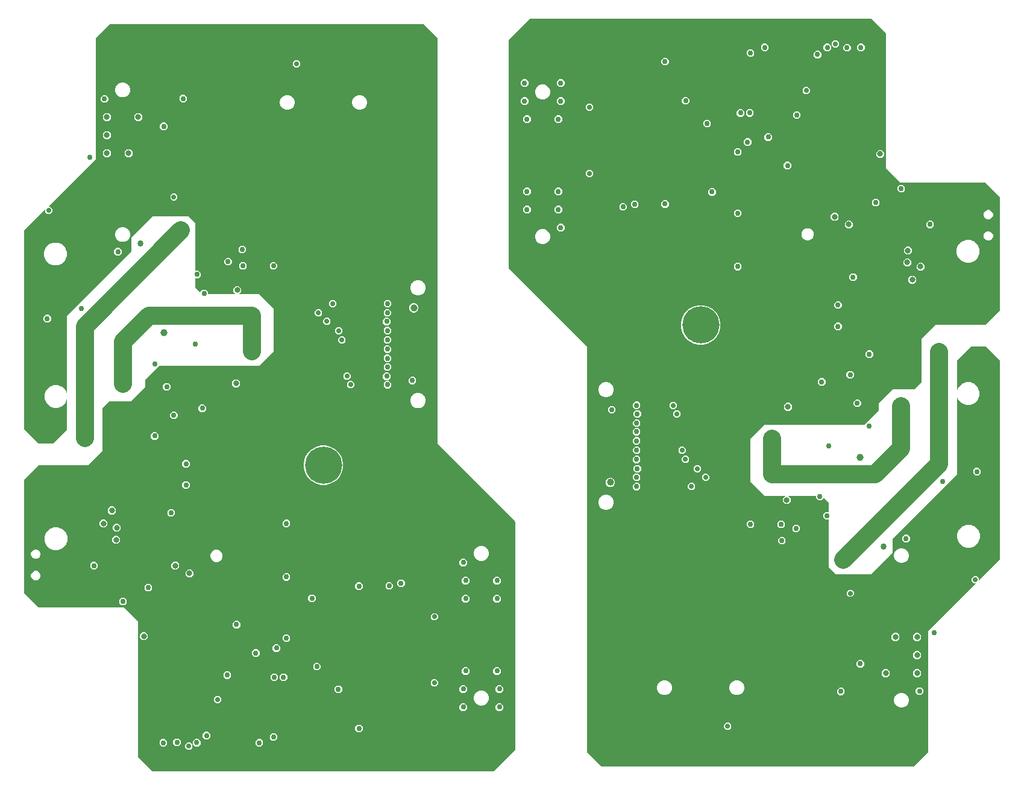
<source format=gbr>
G04 EAGLE Gerber RS-274X export*
G75*
%MOMM*%
%FSLAX34Y34*%
%LPD*%
%INLayer 2*%
%IPPOS*%
%AMOC8*
5,1,8,0,0,1.08239X$1,22.5*%
G01*
%ADD10C,0.756400*%
%ADD11C,0.706400*%
%ADD12C,0.806400*%
%ADD13C,1.006400*%
%ADD14C,0.856400*%
%ADD15C,1.056400*%
%ADD16C,2.540000*%
%ADD17C,0.304800*%
%ADD18C,0.508000*%
%ADD19C,0.254000*%
%ADD20C,5.216000*%

G36*
X850002Y179997D02*
X850002Y179997D01*
X850003Y179997D01*
X880003Y209997D01*
X880003Y209999D01*
X880004Y210000D01*
X880004Y530000D01*
X880003Y530002D01*
X880003Y530003D01*
X770004Y640002D01*
X770004Y1210000D01*
X770003Y1210002D01*
X770003Y1210003D01*
X750003Y1230003D01*
X750001Y1230003D01*
X750000Y1230004D01*
X310000Y1230004D01*
X309998Y1230003D01*
X309997Y1230003D01*
X289997Y1210003D01*
X289997Y1210002D01*
X289996Y1210001D01*
X289996Y1210000D01*
X289996Y1040002D01*
X223058Y973064D01*
X223058Y973063D01*
X223057Y973062D01*
X223058Y973060D01*
X223058Y973058D01*
X223060Y973058D01*
X223061Y973057D01*
X226095Y973057D01*
X229057Y970095D01*
X229057Y965905D01*
X226095Y962943D01*
X221905Y962943D01*
X218943Y965905D01*
X218943Y968939D01*
X218942Y968940D01*
X218942Y968942D01*
X218941Y968942D01*
X218940Y968943D01*
X218938Y968942D01*
X218936Y968942D01*
X189997Y940003D01*
X189997Y940001D01*
X189996Y940000D01*
X189996Y660000D01*
X189997Y659998D01*
X189997Y659997D01*
X209997Y639997D01*
X209999Y639997D01*
X210000Y639996D01*
X230000Y639996D01*
X230002Y639997D01*
X230003Y639997D01*
X250003Y659997D01*
X250003Y659998D01*
X250003Y659999D01*
X250004Y660000D01*
X250004Y702790D01*
X250003Y702792D01*
X250002Y702794D01*
X250001Y702794D01*
X249999Y702793D01*
X249996Y702792D01*
X247835Y697574D01*
X243322Y693061D01*
X237427Y690619D01*
X231045Y690619D01*
X225150Y693061D01*
X220637Y697574D01*
X218195Y703469D01*
X218195Y709851D01*
X220637Y715746D01*
X225150Y720259D01*
X231045Y722701D01*
X237427Y722701D01*
X243322Y720259D01*
X247835Y715746D01*
X249996Y710528D01*
X249998Y710527D01*
X249999Y710526D01*
X250000Y710526D01*
X250001Y710526D01*
X250002Y710528D01*
X250004Y710530D01*
X250004Y819998D01*
X340003Y909997D01*
X340003Y909999D01*
X340004Y910000D01*
X340004Y929998D01*
X370002Y959996D01*
X419998Y959996D01*
X429996Y949998D01*
X429996Y883217D01*
X429997Y883216D01*
X429997Y883214D01*
X429998Y883214D01*
X429999Y883213D01*
X430000Y883214D01*
X430001Y883214D01*
X430003Y883214D01*
X430194Y883405D01*
X434590Y883405D01*
X437699Y880296D01*
X437699Y875900D01*
X434590Y872791D01*
X430194Y872791D01*
X430003Y872982D01*
X430002Y872982D01*
X430001Y872983D01*
X429999Y872982D01*
X429997Y872982D01*
X429997Y872980D01*
X429996Y872979D01*
X429996Y860000D01*
X429997Y859998D01*
X429997Y859997D01*
X437238Y852756D01*
X437239Y852756D01*
X437240Y852755D01*
X437242Y852756D01*
X437244Y852756D01*
X437244Y852758D01*
X437245Y852759D01*
X437245Y853372D01*
X440354Y856481D01*
X444750Y856481D01*
X447859Y853372D01*
X447859Y850000D01*
X447862Y849996D01*
X447863Y849996D01*
X519998Y849996D01*
X539996Y829998D01*
X539996Y770002D01*
X519998Y750004D01*
X380000Y750004D01*
X379998Y750003D01*
X379997Y750003D01*
X359997Y730003D01*
X359997Y730002D01*
X359997Y730001D01*
X359996Y730000D01*
X359996Y720002D01*
X339998Y700004D01*
X310000Y700004D01*
X309998Y700003D01*
X309997Y700003D01*
X299997Y690003D01*
X299997Y690002D01*
X299996Y690001D01*
X299996Y690000D01*
X299996Y630002D01*
X279998Y610004D01*
X210000Y610004D01*
X209998Y610003D01*
X209997Y610003D01*
X189997Y590003D01*
X189997Y590001D01*
X189996Y590000D01*
X189996Y430000D01*
X189997Y429998D01*
X189997Y429997D01*
X209997Y409997D01*
X209999Y409997D01*
X210000Y409996D01*
X329998Y409996D01*
X349996Y389998D01*
X349996Y200000D01*
X349997Y199998D01*
X349997Y199997D01*
X369997Y179997D01*
X369999Y179997D01*
X370000Y179996D01*
X850000Y179996D01*
X850002Y179997D01*
G37*
G36*
X1440002Y186997D02*
X1440002Y186997D01*
X1440003Y186997D01*
X1460003Y206997D01*
X1460003Y206999D01*
X1460004Y207000D01*
X1460004Y376998D01*
X1526942Y443936D01*
X1526942Y443937D01*
X1526942Y443938D01*
X1526943Y443938D01*
X1526942Y443940D01*
X1526942Y443942D01*
X1526940Y443942D01*
X1526939Y443943D01*
X1523905Y443943D01*
X1520943Y446905D01*
X1520943Y451095D01*
X1523905Y454057D01*
X1528095Y454057D01*
X1531057Y451095D01*
X1531057Y448061D01*
X1531058Y448060D01*
X1531058Y448058D01*
X1531059Y448058D01*
X1531060Y448057D01*
X1531062Y448058D01*
X1531064Y448058D01*
X1560003Y476997D01*
X1560003Y476999D01*
X1560004Y477000D01*
X1560004Y757000D01*
X1560003Y757002D01*
X1560003Y757003D01*
X1540003Y777003D01*
X1540001Y777003D01*
X1540000Y777004D01*
X1520000Y777004D01*
X1519998Y777003D01*
X1519997Y777003D01*
X1499997Y757003D01*
X1499997Y757001D01*
X1499996Y757000D01*
X1499996Y714210D01*
X1499997Y714208D01*
X1499998Y714206D01*
X1499999Y714206D01*
X1500001Y714207D01*
X1500004Y714208D01*
X1502165Y719426D01*
X1506678Y723939D01*
X1512573Y726381D01*
X1518955Y726381D01*
X1524850Y723939D01*
X1529363Y719426D01*
X1531805Y713531D01*
X1531805Y707149D01*
X1529363Y701254D01*
X1524850Y696741D01*
X1518955Y694299D01*
X1512573Y694299D01*
X1506678Y696741D01*
X1502165Y701254D01*
X1500004Y706472D01*
X1500002Y706473D01*
X1500001Y706474D01*
X1500000Y706474D01*
X1499999Y706474D01*
X1499998Y706472D01*
X1499996Y706470D01*
X1499996Y597002D01*
X1409997Y507003D01*
X1409997Y507001D01*
X1409996Y507000D01*
X1409996Y487002D01*
X1379998Y457004D01*
X1330002Y457004D01*
X1320004Y467002D01*
X1320004Y533783D01*
X1320003Y533784D01*
X1320003Y533786D01*
X1320002Y533786D01*
X1320001Y533787D01*
X1320000Y533787D01*
X1319999Y533786D01*
X1319997Y533786D01*
X1319806Y533595D01*
X1315410Y533595D01*
X1312301Y536704D01*
X1312301Y541100D01*
X1315410Y544209D01*
X1319806Y544209D01*
X1319997Y544018D01*
X1319998Y544018D01*
X1319999Y544017D01*
X1320000Y544017D01*
X1320001Y544018D01*
X1320003Y544018D01*
X1320003Y544019D01*
X1320004Y544021D01*
X1320004Y557000D01*
X1320003Y557002D01*
X1320003Y557003D01*
X1312762Y564244D01*
X1312761Y564244D01*
X1312760Y564245D01*
X1312758Y564244D01*
X1312756Y564244D01*
X1312756Y564242D01*
X1312755Y564241D01*
X1312755Y563628D01*
X1309646Y560519D01*
X1305250Y560519D01*
X1302141Y563628D01*
X1302141Y567000D01*
X1302138Y567004D01*
X1302137Y567004D01*
X1230002Y567004D01*
X1210004Y587002D01*
X1210004Y646998D01*
X1230002Y666996D01*
X1370000Y666996D01*
X1370002Y666997D01*
X1370003Y666997D01*
X1390003Y686997D01*
X1390003Y686998D01*
X1390004Y686999D01*
X1390004Y687000D01*
X1390004Y696998D01*
X1410002Y716996D01*
X1440000Y716996D01*
X1440002Y716997D01*
X1440003Y716997D01*
X1450003Y726997D01*
X1450003Y726999D01*
X1450004Y727000D01*
X1450004Y786998D01*
X1470002Y806996D01*
X1540000Y806996D01*
X1540002Y806997D01*
X1540003Y806997D01*
X1560003Y826997D01*
X1560003Y826998D01*
X1560003Y826999D01*
X1560004Y827000D01*
X1560004Y987000D01*
X1560003Y987002D01*
X1560003Y987003D01*
X1540003Y1007003D01*
X1540001Y1007003D01*
X1540001Y1007004D01*
X1540000Y1007004D01*
X1420002Y1007004D01*
X1400004Y1027002D01*
X1400004Y1217000D01*
X1400003Y1217002D01*
X1400003Y1217003D01*
X1380003Y1237003D01*
X1380001Y1237003D01*
X1380000Y1237004D01*
X900000Y1237004D01*
X899998Y1237003D01*
X899997Y1237003D01*
X869997Y1207003D01*
X869997Y1207002D01*
X869996Y1207001D01*
X869996Y1207000D01*
X869996Y887000D01*
X869997Y886998D01*
X869997Y886997D01*
X979996Y776998D01*
X979996Y207000D01*
X979997Y206998D01*
X979997Y206997D01*
X999997Y186997D01*
X999999Y186997D01*
X1000000Y186996D01*
X1440000Y186996D01*
X1440002Y186997D01*
G37*
%LPC*%
G36*
X606366Y582395D02*
X606366Y582395D01*
X599345Y584276D01*
X593050Y587911D01*
X587911Y593050D01*
X584276Y599345D01*
X582395Y606366D01*
X582395Y613634D01*
X584276Y620655D01*
X587911Y626950D01*
X593050Y632089D01*
X599345Y635724D01*
X606366Y637605D01*
X613634Y637605D01*
X620655Y635724D01*
X626950Y632089D01*
X632089Y626950D01*
X635724Y620655D01*
X637605Y613634D01*
X637605Y606366D01*
X635724Y599345D01*
X632089Y593050D01*
X626950Y587911D01*
X620655Y584276D01*
X613634Y582395D01*
X606366Y582395D01*
G37*
%LPD*%
%LPC*%
G36*
X1136366Y779395D02*
X1136366Y779395D01*
X1129345Y781276D01*
X1123050Y784911D01*
X1117911Y790050D01*
X1114276Y796345D01*
X1112395Y803366D01*
X1112395Y810634D01*
X1114276Y817655D01*
X1117911Y823950D01*
X1123050Y829089D01*
X1129345Y832724D01*
X1136366Y834605D01*
X1143634Y834605D01*
X1150655Y832724D01*
X1156950Y829089D01*
X1162089Y823950D01*
X1165724Y817655D01*
X1167605Y810634D01*
X1167605Y803366D01*
X1165724Y796345D01*
X1162089Y790050D01*
X1156950Y784911D01*
X1150655Y781276D01*
X1143634Y779395D01*
X1136366Y779395D01*
G37*
%LPD*%
%LPC*%
G36*
X231045Y490659D02*
X231045Y490659D01*
X225150Y493101D01*
X220637Y497614D01*
X218195Y503509D01*
X218195Y509891D01*
X220637Y515786D01*
X225150Y520299D01*
X231045Y522741D01*
X237427Y522741D01*
X243322Y520299D01*
X247835Y515786D01*
X250277Y509891D01*
X250277Y503509D01*
X247835Y497614D01*
X243322Y493101D01*
X237427Y490659D01*
X231045Y490659D01*
G37*
%LPD*%
%LPC*%
G36*
X230545Y890659D02*
X230545Y890659D01*
X224650Y893101D01*
X220137Y897614D01*
X217695Y903509D01*
X217695Y909891D01*
X220137Y915786D01*
X224650Y920299D01*
X230545Y922741D01*
X236927Y922741D01*
X242822Y920299D01*
X247335Y915786D01*
X249777Y909891D01*
X249777Y903509D01*
X247335Y897614D01*
X242822Y893101D01*
X236927Y890659D01*
X230545Y890659D01*
G37*
%LPD*%
%LPC*%
G36*
X1513073Y494259D02*
X1513073Y494259D01*
X1507178Y496701D01*
X1502665Y501214D01*
X1500223Y507109D01*
X1500223Y513491D01*
X1502665Y519386D01*
X1507178Y523899D01*
X1513073Y526341D01*
X1519455Y526341D01*
X1525350Y523899D01*
X1529863Y519386D01*
X1532305Y513491D01*
X1532305Y507109D01*
X1529863Y501214D01*
X1525350Y496701D01*
X1519455Y494259D01*
X1513073Y494259D01*
G37*
%LPD*%
%LPC*%
G36*
X1512573Y894259D02*
X1512573Y894259D01*
X1506678Y896701D01*
X1502165Y901214D01*
X1499723Y907109D01*
X1499723Y913491D01*
X1502165Y919386D01*
X1506678Y923899D01*
X1512573Y926341D01*
X1518955Y926341D01*
X1524850Y923899D01*
X1529363Y919386D01*
X1531805Y913491D01*
X1531805Y907109D01*
X1529363Y901214D01*
X1524850Y896701D01*
X1518955Y894259D01*
X1512573Y894259D01*
G37*
%LPD*%
%LPC*%
G36*
X740854Y689959D02*
X740854Y689959D01*
X736888Y691602D01*
X733852Y694638D01*
X732209Y698604D01*
X732209Y702896D01*
X733852Y706862D01*
X736888Y709898D01*
X740854Y711541D01*
X745146Y711541D01*
X749112Y709898D01*
X752148Y706862D01*
X753791Y702896D01*
X753791Y698604D01*
X752148Y694638D01*
X749112Y691602D01*
X745146Y689959D01*
X740854Y689959D01*
G37*
%LPD*%
%LPC*%
G36*
X1004854Y546959D02*
X1004854Y546959D01*
X1000888Y548602D01*
X997852Y551638D01*
X996209Y555604D01*
X996209Y559896D01*
X997852Y563862D01*
X1000888Y566898D01*
X1004854Y568541D01*
X1009146Y568541D01*
X1013112Y566898D01*
X1016148Y563862D01*
X1017791Y559896D01*
X1017791Y555604D01*
X1016148Y551638D01*
X1013112Y548602D01*
X1009146Y546959D01*
X1004854Y546959D01*
G37*
%LPD*%
%LPC*%
G36*
X740854Y848459D02*
X740854Y848459D01*
X736888Y850102D01*
X733852Y853138D01*
X732209Y857104D01*
X732209Y861396D01*
X733852Y865362D01*
X736888Y868398D01*
X740854Y870041D01*
X745146Y870041D01*
X749112Y868398D01*
X752148Y865362D01*
X753791Y861396D01*
X753791Y857104D01*
X752148Y853138D01*
X749112Y850102D01*
X745146Y848459D01*
X740854Y848459D01*
G37*
%LPD*%
%LPC*%
G36*
X1004854Y705459D02*
X1004854Y705459D01*
X1000888Y707102D01*
X997852Y710138D01*
X996209Y714104D01*
X996209Y718396D01*
X997852Y722362D01*
X1000888Y725398D01*
X1004854Y727041D01*
X1009146Y727041D01*
X1013112Y725398D01*
X1016148Y722362D01*
X1017791Y718396D01*
X1017791Y714104D01*
X1016148Y710138D01*
X1013112Y707102D01*
X1009146Y705459D01*
X1004854Y705459D01*
G37*
%LPD*%
%LPC*%
G36*
X325923Y923659D02*
X325923Y923659D01*
X322086Y925249D01*
X319149Y928186D01*
X317559Y932023D01*
X317559Y936177D01*
X319149Y940014D01*
X322086Y942951D01*
X325923Y944541D01*
X330077Y944541D01*
X333914Y942951D01*
X336851Y940014D01*
X338441Y936177D01*
X338441Y932023D01*
X336851Y928186D01*
X333914Y925249D01*
X330077Y923659D01*
X325923Y923659D01*
G37*
%LPD*%
%LPC*%
G36*
X325923Y1126859D02*
X325923Y1126859D01*
X322086Y1128449D01*
X319149Y1131386D01*
X317559Y1135223D01*
X317559Y1139377D01*
X319149Y1143214D01*
X322086Y1146151D01*
X325923Y1147741D01*
X330077Y1147741D01*
X333914Y1146151D01*
X336851Y1143214D01*
X338441Y1139377D01*
X338441Y1135223D01*
X336851Y1131386D01*
X333914Y1128449D01*
X330077Y1126859D01*
X325923Y1126859D01*
G37*
%LPD*%
%LPC*%
G36*
X915923Y1123859D02*
X915923Y1123859D01*
X912086Y1125449D01*
X909149Y1128386D01*
X907559Y1132223D01*
X907559Y1136377D01*
X909149Y1140214D01*
X912086Y1143151D01*
X915923Y1144741D01*
X920077Y1144741D01*
X923914Y1143151D01*
X926851Y1140214D01*
X928441Y1136377D01*
X928441Y1132223D01*
X926851Y1128386D01*
X923914Y1125449D01*
X920077Y1123859D01*
X915923Y1123859D01*
G37*
%LPD*%
%LPC*%
G36*
X1087123Y286969D02*
X1087123Y286969D01*
X1083286Y288559D01*
X1080349Y291496D01*
X1078759Y295333D01*
X1078759Y299487D01*
X1080349Y303324D01*
X1083286Y306261D01*
X1087123Y307851D01*
X1091277Y307851D01*
X1095114Y306261D01*
X1098051Y303324D01*
X1099641Y299487D01*
X1099641Y295333D01*
X1098051Y291496D01*
X1095114Y288559D01*
X1091277Y286969D01*
X1087123Y286969D01*
G37*
%LPD*%
%LPC*%
G36*
X915923Y920659D02*
X915923Y920659D01*
X912086Y922249D01*
X909149Y925186D01*
X907559Y929023D01*
X907559Y933177D01*
X909149Y937014D01*
X912086Y939951D01*
X915923Y941541D01*
X920077Y941541D01*
X923914Y939951D01*
X926851Y937014D01*
X928441Y933177D01*
X928441Y929023D01*
X926851Y925186D01*
X923914Y922249D01*
X920077Y920659D01*
X915923Y920659D01*
G37*
%LPD*%
%LPC*%
G36*
X658723Y1109149D02*
X658723Y1109149D01*
X654886Y1110739D01*
X651949Y1113676D01*
X650359Y1117513D01*
X650359Y1121667D01*
X651949Y1125504D01*
X654886Y1128441D01*
X658723Y1130031D01*
X662877Y1130031D01*
X666714Y1128441D01*
X669651Y1125504D01*
X671241Y1121667D01*
X671241Y1117513D01*
X669651Y1113676D01*
X666714Y1110739D01*
X662877Y1109149D01*
X658723Y1109149D01*
G37*
%LPD*%
%LPC*%
G36*
X557123Y1109149D02*
X557123Y1109149D01*
X553286Y1110739D01*
X550349Y1113676D01*
X548759Y1117513D01*
X548759Y1121667D01*
X550349Y1125504D01*
X553286Y1128441D01*
X557123Y1130031D01*
X561277Y1130031D01*
X565114Y1128441D01*
X568051Y1125504D01*
X569641Y1121667D01*
X569641Y1117513D01*
X568051Y1113676D01*
X565114Y1110739D01*
X561277Y1109149D01*
X557123Y1109149D01*
G37*
%LPD*%
%LPC*%
G36*
X1188723Y286969D02*
X1188723Y286969D01*
X1184886Y288559D01*
X1181949Y291496D01*
X1180359Y295333D01*
X1180359Y299487D01*
X1181949Y303324D01*
X1184886Y306261D01*
X1188723Y307851D01*
X1192877Y307851D01*
X1196714Y306261D01*
X1199651Y303324D01*
X1201241Y299487D01*
X1201241Y295333D01*
X1199651Y291496D01*
X1196714Y288559D01*
X1192877Y286969D01*
X1188723Y286969D01*
G37*
%LPD*%
%LPC*%
G36*
X829923Y272259D02*
X829923Y272259D01*
X826086Y273849D01*
X823149Y276786D01*
X821559Y280623D01*
X821559Y284777D01*
X823149Y288614D01*
X826086Y291551D01*
X829923Y293141D01*
X834077Y293141D01*
X837914Y291551D01*
X840851Y288614D01*
X842441Y284777D01*
X842441Y280623D01*
X840851Y276786D01*
X837914Y273849D01*
X834077Y272259D01*
X829923Y272259D01*
G37*
%LPD*%
%LPC*%
G36*
X1419923Y472459D02*
X1419923Y472459D01*
X1416086Y474049D01*
X1413149Y476986D01*
X1411559Y480823D01*
X1411559Y484977D01*
X1413149Y488814D01*
X1416086Y491751D01*
X1419923Y493341D01*
X1424077Y493341D01*
X1427914Y491751D01*
X1430851Y488814D01*
X1432441Y484977D01*
X1432441Y480823D01*
X1430851Y476986D01*
X1427914Y474049D01*
X1424077Y472459D01*
X1419923Y472459D01*
G37*
%LPD*%
%LPC*%
G36*
X829923Y475459D02*
X829923Y475459D01*
X826086Y477049D01*
X823149Y479986D01*
X821559Y483823D01*
X821559Y487977D01*
X823149Y491814D01*
X826086Y494751D01*
X829923Y496341D01*
X834077Y496341D01*
X837914Y494751D01*
X840851Y491814D01*
X842441Y487977D01*
X842441Y483823D01*
X840851Y479986D01*
X837914Y477049D01*
X834077Y475459D01*
X829923Y475459D01*
G37*
%LPD*%
%LPC*%
G36*
X1419923Y269259D02*
X1419923Y269259D01*
X1416086Y270849D01*
X1413149Y273786D01*
X1411559Y277623D01*
X1411559Y281777D01*
X1413149Y285614D01*
X1416086Y288551D01*
X1419923Y290141D01*
X1424077Y290141D01*
X1427914Y288551D01*
X1430851Y285614D01*
X1432441Y281777D01*
X1432441Y277623D01*
X1430851Y273786D01*
X1427914Y270849D01*
X1424077Y269259D01*
X1419923Y269259D01*
G37*
%LPD*%
%LPC*%
G36*
X1288561Y925947D02*
X1288561Y925947D01*
X1285422Y927248D01*
X1283020Y929650D01*
X1281719Y932789D01*
X1281719Y936187D01*
X1283020Y939326D01*
X1285422Y941728D01*
X1288561Y943029D01*
X1291959Y943029D01*
X1295098Y941728D01*
X1297500Y939326D01*
X1298801Y936187D01*
X1298801Y932789D01*
X1297500Y929650D01*
X1295098Y927248D01*
X1291959Y925947D01*
X1288561Y925947D01*
G37*
%LPD*%
%LPC*%
G36*
X458041Y473971D02*
X458041Y473971D01*
X454902Y475272D01*
X452500Y477674D01*
X451199Y480813D01*
X451199Y484211D01*
X452500Y487350D01*
X454902Y489752D01*
X458041Y491053D01*
X461439Y491053D01*
X464578Y489752D01*
X466980Y487350D01*
X468281Y484211D01*
X468281Y480813D01*
X466980Y477674D01*
X464578Y475272D01*
X461439Y473971D01*
X458041Y473971D01*
G37*
%LPD*%
%LPC*%
G36*
X1011696Y579443D02*
X1011696Y579443D01*
X1009286Y580441D01*
X1007441Y582286D01*
X1006443Y584696D01*
X1006443Y587304D01*
X1007441Y589714D01*
X1009286Y591559D01*
X1011696Y592557D01*
X1014304Y592557D01*
X1016714Y591559D01*
X1018559Y589714D01*
X1019557Y587304D01*
X1019557Y584696D01*
X1018559Y582286D01*
X1016714Y580441D01*
X1014304Y579443D01*
X1011696Y579443D01*
G37*
%LPD*%
%LPC*%
G36*
X735696Y824443D02*
X735696Y824443D01*
X733286Y825441D01*
X731441Y827286D01*
X730443Y829696D01*
X730443Y832304D01*
X731441Y834714D01*
X733286Y836559D01*
X735696Y837557D01*
X738304Y837557D01*
X740714Y836559D01*
X742559Y834714D01*
X743557Y832304D01*
X743557Y829696D01*
X742559Y827286D01*
X740714Y825441D01*
X738304Y824443D01*
X735696Y824443D01*
G37*
%LPD*%
%LPC*%
G36*
X1542875Y955523D02*
X1542875Y955523D01*
X1540471Y956519D01*
X1538631Y958359D01*
X1537635Y960763D01*
X1537635Y963365D01*
X1538631Y965769D01*
X1540471Y967609D01*
X1542875Y968605D01*
X1545477Y968605D01*
X1547881Y967609D01*
X1549721Y965769D01*
X1550717Y963365D01*
X1550717Y960763D01*
X1549721Y958359D01*
X1547881Y956519D01*
X1545477Y955523D01*
X1542875Y955523D01*
G37*
%LPD*%
%LPC*%
G36*
X204523Y478395D02*
X204523Y478395D01*
X202119Y479391D01*
X200279Y481231D01*
X199283Y483635D01*
X199283Y486237D01*
X200279Y488641D01*
X202119Y490481D01*
X204523Y491477D01*
X207125Y491477D01*
X209529Y490481D01*
X211369Y488641D01*
X212365Y486237D01*
X212365Y483635D01*
X211369Y481231D01*
X209529Y479391D01*
X207125Y478395D01*
X204523Y478395D01*
G37*
%LPD*%
%LPC*%
G36*
X204523Y448395D02*
X204523Y448395D01*
X202119Y449391D01*
X200279Y451231D01*
X199283Y453635D01*
X199283Y456237D01*
X200279Y458641D01*
X202119Y460481D01*
X204523Y461477D01*
X207125Y461477D01*
X209529Y460481D01*
X211369Y458641D01*
X212365Y456237D01*
X212365Y453635D01*
X211369Y451231D01*
X209529Y449391D01*
X207125Y448395D01*
X204523Y448395D01*
G37*
%LPD*%
%LPC*%
G36*
X1542875Y925523D02*
X1542875Y925523D01*
X1540471Y926519D01*
X1538631Y928359D01*
X1537635Y930763D01*
X1537635Y933365D01*
X1538631Y935769D01*
X1540471Y937609D01*
X1542875Y938605D01*
X1545477Y938605D01*
X1547881Y937609D01*
X1549721Y935769D01*
X1550717Y933365D01*
X1550717Y930763D01*
X1549721Y928359D01*
X1547881Y926519D01*
X1545477Y925523D01*
X1542875Y925523D01*
G37*
%LPD*%
%LPC*%
G36*
X1441698Y363043D02*
X1441698Y363043D01*
X1438443Y366298D01*
X1438443Y370902D01*
X1441698Y374157D01*
X1446302Y374157D01*
X1449557Y370902D01*
X1449557Y366298D01*
X1446302Y363043D01*
X1441698Y363043D01*
G37*
%LPD*%
%LPC*%
G36*
X303698Y1068243D02*
X303698Y1068243D01*
X300443Y1071498D01*
X300443Y1076102D01*
X303698Y1079357D01*
X308302Y1079357D01*
X311557Y1076102D01*
X311557Y1071498D01*
X308302Y1068243D01*
X303698Y1068243D01*
G37*
%LPD*%
%LPC*%
G36*
X1258698Y555443D02*
X1258698Y555443D01*
X1255443Y558698D01*
X1255443Y563302D01*
X1258698Y566557D01*
X1263302Y566557D01*
X1266557Y563302D01*
X1266557Y558698D01*
X1263302Y555443D01*
X1258698Y555443D01*
G37*
%LPD*%
%LPC*%
G36*
X1441698Y337643D02*
X1441698Y337643D01*
X1438443Y340898D01*
X1438443Y345502D01*
X1441698Y348757D01*
X1446302Y348757D01*
X1449557Y345502D01*
X1449557Y340898D01*
X1446302Y337643D01*
X1441698Y337643D01*
G37*
%LPD*%
%LPC*%
G36*
X1260386Y686443D02*
X1260386Y686443D01*
X1257131Y689698D01*
X1257131Y694302D01*
X1260386Y697557D01*
X1264990Y697557D01*
X1268245Y694302D01*
X1268245Y689698D01*
X1264990Y686443D01*
X1260386Y686443D01*
G37*
%LPD*%
%LPC*%
G36*
X303698Y1042843D02*
X303698Y1042843D01*
X300443Y1046098D01*
X300443Y1050702D01*
X303698Y1053957D01*
X308302Y1053957D01*
X311557Y1050702D01*
X311557Y1046098D01*
X308302Y1042843D01*
X303698Y1042843D01*
G37*
%LPD*%
%LPC*%
G36*
X333982Y1042843D02*
X333982Y1042843D01*
X330727Y1046098D01*
X330727Y1050702D01*
X333982Y1053957D01*
X338586Y1053957D01*
X341841Y1050702D01*
X341841Y1046098D01*
X338586Y1042843D01*
X333982Y1042843D01*
G37*
%LPD*%
%LPC*%
G36*
X1389926Y1041759D02*
X1389926Y1041759D01*
X1386671Y1045014D01*
X1386671Y1049618D01*
X1389926Y1052873D01*
X1394530Y1052873D01*
X1397785Y1049618D01*
X1397785Y1045014D01*
X1394530Y1041759D01*
X1389926Y1041759D01*
G37*
%LPD*%
%LPC*%
G36*
X1397698Y312243D02*
X1397698Y312243D01*
X1394443Y315498D01*
X1394443Y320102D01*
X1397698Y323357D01*
X1402302Y323357D01*
X1405557Y320102D01*
X1405557Y315498D01*
X1402302Y312243D01*
X1397698Y312243D01*
G37*
%LPD*%
%LPC*%
G36*
X1441698Y312243D02*
X1441698Y312243D01*
X1438443Y315498D01*
X1438443Y320102D01*
X1441698Y323357D01*
X1446302Y323357D01*
X1449557Y320102D01*
X1449557Y315498D01*
X1446302Y312243D01*
X1441698Y312243D01*
G37*
%LPD*%
%LPC*%
G36*
X485010Y719443D02*
X485010Y719443D01*
X481755Y722698D01*
X481755Y727302D01*
X485010Y730557D01*
X489614Y730557D01*
X492869Y727302D01*
X492869Y722698D01*
X489614Y719443D01*
X485010Y719443D01*
G37*
%LPD*%
%LPC*%
G36*
X298698Y522443D02*
X298698Y522443D01*
X295443Y525698D01*
X295443Y530302D01*
X298698Y533557D01*
X303302Y533557D01*
X306557Y530302D01*
X306557Y525698D01*
X303302Y522443D01*
X298698Y522443D01*
G37*
%LPD*%
%LPC*%
G36*
X347698Y1093643D02*
X347698Y1093643D01*
X344443Y1096898D01*
X344443Y1101502D01*
X347698Y1104757D01*
X352302Y1104757D01*
X355557Y1101502D01*
X355557Y1096898D01*
X352302Y1093643D01*
X347698Y1093643D01*
G37*
%LPD*%
%LPC*%
G36*
X486698Y850443D02*
X486698Y850443D01*
X483443Y853698D01*
X483443Y858302D01*
X486698Y861557D01*
X491302Y861557D01*
X494557Y858302D01*
X494557Y853698D01*
X491302Y850443D01*
X486698Y850443D01*
G37*
%LPD*%
%LPC*%
G36*
X303698Y1093643D02*
X303698Y1093643D01*
X300443Y1096898D01*
X300443Y1101502D01*
X303698Y1104757D01*
X308302Y1104757D01*
X311557Y1101502D01*
X311557Y1096898D01*
X308302Y1093643D01*
X303698Y1093643D01*
G37*
%LPD*%
%LPC*%
G36*
X1434872Y864975D02*
X1434872Y864975D01*
X1431617Y868230D01*
X1431617Y872834D01*
X1434872Y876089D01*
X1439476Y876089D01*
X1442731Y872834D01*
X1442731Y868230D01*
X1439476Y864975D01*
X1434872Y864975D01*
G37*
%LPD*%
%LPC*%
G36*
X1446698Y883443D02*
X1446698Y883443D01*
X1443443Y886698D01*
X1443443Y891302D01*
X1446698Y894557D01*
X1451302Y894557D01*
X1454557Y891302D01*
X1454557Y886698D01*
X1451302Y883443D01*
X1446698Y883443D01*
G37*
%LPD*%
%LPC*%
G36*
X1428026Y889359D02*
X1428026Y889359D01*
X1424771Y892614D01*
X1424771Y897218D01*
X1428026Y900473D01*
X1432630Y900473D01*
X1435885Y897218D01*
X1435885Y892614D01*
X1432630Y889359D01*
X1428026Y889359D01*
G37*
%LPD*%
%LPC*%
G36*
X1428756Y906123D02*
X1428756Y906123D01*
X1425501Y909378D01*
X1425501Y913982D01*
X1428756Y917237D01*
X1433359Y917237D01*
X1436614Y913982D01*
X1436614Y909378D01*
X1433359Y906123D01*
X1428756Y906123D01*
G37*
%LPD*%
%LPC*%
G36*
X317370Y516527D02*
X317370Y516527D01*
X314115Y519782D01*
X314115Y524386D01*
X317370Y527641D01*
X321974Y527641D01*
X325229Y524386D01*
X325229Y519782D01*
X321974Y516527D01*
X317370Y516527D01*
G37*
%LPD*%
%LPC*%
G36*
X1411414Y363043D02*
X1411414Y363043D01*
X1408159Y366298D01*
X1408159Y370902D01*
X1411414Y374157D01*
X1416018Y374157D01*
X1419273Y370902D01*
X1419273Y366298D01*
X1416018Y363043D01*
X1411414Y363043D01*
G37*
%LPD*%
%LPC*%
G36*
X355470Y364127D02*
X355470Y364127D01*
X352215Y367382D01*
X352215Y371986D01*
X355470Y375241D01*
X360074Y375241D01*
X363329Y371986D01*
X363329Y367382D01*
X360074Y364127D01*
X355470Y364127D01*
G37*
%LPD*%
%LPC*%
G36*
X316641Y499763D02*
X316641Y499763D01*
X313386Y503018D01*
X313386Y507622D01*
X316641Y510877D01*
X321244Y510877D01*
X324499Y507622D01*
X324499Y503018D01*
X321244Y499763D01*
X316641Y499763D01*
G37*
%LPD*%
%LPC*%
G36*
X1325918Y953367D02*
X1325918Y953367D01*
X1322663Y956622D01*
X1322663Y961226D01*
X1325918Y964481D01*
X1330522Y964481D01*
X1333777Y961226D01*
X1333777Y956622D01*
X1330522Y953367D01*
X1325918Y953367D01*
G37*
%LPD*%
%LPC*%
G36*
X1345730Y942699D02*
X1345730Y942699D01*
X1342475Y945954D01*
X1342475Y950558D01*
X1345730Y953813D01*
X1350334Y953813D01*
X1353589Y950558D01*
X1353589Y945954D01*
X1350334Y942699D01*
X1345730Y942699D01*
G37*
%LPD*%
%LPC*%
G36*
X399666Y463187D02*
X399666Y463187D01*
X396411Y466442D01*
X396411Y471046D01*
X399666Y474301D01*
X404270Y474301D01*
X407525Y471046D01*
X407525Y466442D01*
X404270Y463187D01*
X399666Y463187D01*
G37*
%LPD*%
%LPC*%
G36*
X419478Y452519D02*
X419478Y452519D01*
X416223Y455774D01*
X416223Y460378D01*
X419478Y463633D01*
X424082Y463633D01*
X427337Y460378D01*
X427337Y455774D01*
X424082Y452519D01*
X419478Y452519D01*
G37*
%LPD*%
%LPC*%
G36*
X310524Y540911D02*
X310524Y540911D01*
X307269Y544166D01*
X307269Y548770D01*
X310524Y552025D01*
X315128Y552025D01*
X318383Y548770D01*
X318383Y544166D01*
X315128Y540911D01*
X310524Y540911D01*
G37*
%LPD*%
%LPC*%
G36*
X941202Y938493D02*
X941202Y938493D01*
X938093Y941602D01*
X938093Y945998D01*
X941202Y949107D01*
X945598Y949107D01*
X948707Y945998D01*
X948707Y941602D01*
X945598Y938493D01*
X941202Y938493D01*
G37*
%LPD*%
%LPC*%
G36*
X1460134Y942949D02*
X1460134Y942949D01*
X1457025Y946058D01*
X1457025Y950454D01*
X1460134Y953563D01*
X1464530Y953563D01*
X1467639Y950454D01*
X1467639Y946058D01*
X1464530Y942949D01*
X1460134Y942949D01*
G37*
%LPD*%
%LPC*%
G36*
X1189802Y958693D02*
X1189802Y958693D01*
X1186693Y961802D01*
X1186693Y966198D01*
X1189802Y969307D01*
X1194198Y969307D01*
X1197307Y966198D01*
X1197307Y961802D01*
X1194198Y958693D01*
X1189802Y958693D01*
G37*
%LPD*%
%LPC*%
G36*
X893802Y963893D02*
X893802Y963893D01*
X890693Y967002D01*
X890693Y971398D01*
X893802Y974507D01*
X898198Y974507D01*
X901307Y971398D01*
X901307Y967002D01*
X898198Y963893D01*
X893802Y963893D01*
G37*
%LPD*%
%LPC*%
G36*
X937802Y963893D02*
X937802Y963893D01*
X934693Y967002D01*
X934693Y971398D01*
X937802Y974507D01*
X942198Y974507D01*
X945307Y971398D01*
X945307Y967002D01*
X942198Y963893D01*
X937802Y963893D01*
G37*
%LPD*%
%LPC*%
G36*
X493802Y907693D02*
X493802Y907693D01*
X490693Y910802D01*
X490693Y915198D01*
X493802Y918307D01*
X498198Y918307D01*
X501307Y915198D01*
X501307Y910802D01*
X498198Y907693D01*
X493802Y907693D01*
G37*
%LPD*%
%LPC*%
G36*
X1028802Y967693D02*
X1028802Y967693D01*
X1025693Y970802D01*
X1025693Y975198D01*
X1028802Y978307D01*
X1033198Y978307D01*
X1036307Y975198D01*
X1036307Y970802D01*
X1033198Y967693D01*
X1028802Y967693D01*
G37*
%LPD*%
%LPC*%
G36*
X319144Y904693D02*
X319144Y904693D01*
X316035Y907802D01*
X316035Y912198D01*
X319144Y915307D01*
X323540Y915307D01*
X326649Y912198D01*
X326649Y907802D01*
X323540Y904693D01*
X319144Y904693D01*
G37*
%LPD*%
%LPC*%
G36*
X473802Y890693D02*
X473802Y890693D01*
X470693Y893802D01*
X470693Y898198D01*
X473802Y901307D01*
X478198Y901307D01*
X481307Y898198D01*
X481307Y893802D01*
X478198Y890693D01*
X473802Y890693D01*
G37*
%LPD*%
%LPC*%
G36*
X1045228Y971267D02*
X1045228Y971267D01*
X1042119Y974376D01*
X1042119Y978772D01*
X1045228Y981881D01*
X1049624Y981881D01*
X1052733Y978772D01*
X1052733Y974376D01*
X1049624Y971267D01*
X1045228Y971267D01*
G37*
%LPD*%
%LPC*%
G36*
X494756Y884693D02*
X494756Y884693D01*
X491647Y887802D01*
X491647Y892198D01*
X494756Y895307D01*
X499152Y895307D01*
X502261Y892198D01*
X502261Y887802D01*
X499152Y884693D01*
X494756Y884693D01*
G37*
%LPD*%
%LPC*%
G36*
X537802Y884693D02*
X537802Y884693D01*
X534693Y887802D01*
X534693Y892198D01*
X537802Y895307D01*
X542198Y895307D01*
X545307Y892198D01*
X545307Y887802D01*
X542198Y884693D01*
X537802Y884693D01*
G37*
%LPD*%
%LPC*%
G36*
X1087802Y971693D02*
X1087802Y971693D01*
X1084693Y974802D01*
X1084693Y979198D01*
X1087802Y982307D01*
X1092198Y982307D01*
X1095307Y979198D01*
X1095307Y974802D01*
X1092198Y971693D01*
X1087802Y971693D01*
G37*
%LPD*%
%LPC*%
G36*
X1189802Y883693D02*
X1189802Y883693D01*
X1186693Y886802D01*
X1186693Y891198D01*
X1189802Y894307D01*
X1194198Y894307D01*
X1197307Y891198D01*
X1197307Y886802D01*
X1194198Y883693D01*
X1189802Y883693D01*
G37*
%LPD*%
%LPC*%
G36*
X1351802Y868693D02*
X1351802Y868693D01*
X1348693Y871802D01*
X1348693Y876198D01*
X1351802Y879307D01*
X1356198Y879307D01*
X1359307Y876198D01*
X1359307Y871802D01*
X1356198Y868693D01*
X1351802Y868693D01*
G37*
%LPD*%
%LPC*%
G36*
X1383802Y973693D02*
X1383802Y973693D01*
X1380693Y976802D01*
X1380693Y981198D01*
X1383802Y984307D01*
X1388198Y984307D01*
X1391307Y981198D01*
X1391307Y976802D01*
X1388198Y973693D01*
X1383802Y973693D01*
G37*
%LPD*%
%LPC*%
G36*
X382802Y214693D02*
X382802Y214693D01*
X379693Y217802D01*
X379693Y222198D01*
X382802Y225307D01*
X387198Y225307D01*
X390307Y222198D01*
X390307Y217802D01*
X387198Y214693D01*
X382802Y214693D01*
G37*
%LPD*%
%LPC*%
G36*
X1153802Y988693D02*
X1153802Y988693D01*
X1150693Y991802D01*
X1150693Y996198D01*
X1153802Y999307D01*
X1158198Y999307D01*
X1161307Y996198D01*
X1161307Y991802D01*
X1158198Y988693D01*
X1153802Y988693D01*
G37*
%LPD*%
%LPC*%
G36*
X697802Y831693D02*
X697802Y831693D01*
X694693Y834802D01*
X694693Y839198D01*
X697802Y842307D01*
X702198Y842307D01*
X705307Y839198D01*
X705307Y834802D01*
X702198Y831693D01*
X697802Y831693D01*
G37*
%LPD*%
%LPC*%
G36*
X517802Y214693D02*
X517802Y214693D01*
X514693Y217802D01*
X514693Y222198D01*
X517802Y225307D01*
X522198Y225307D01*
X525307Y222198D01*
X525307Y217802D01*
X522198Y214693D01*
X517802Y214693D01*
G37*
%LPD*%
%LPC*%
G36*
X1330802Y829693D02*
X1330802Y829693D01*
X1327693Y832802D01*
X1327693Y837198D01*
X1330802Y840307D01*
X1335198Y840307D01*
X1338307Y837198D01*
X1338307Y832802D01*
X1335198Y829693D01*
X1330802Y829693D01*
G37*
%LPD*%
%LPC*%
G36*
X937802Y989293D02*
X937802Y989293D01*
X934693Y992402D01*
X934693Y996798D01*
X937802Y999907D01*
X942198Y999907D01*
X945307Y996798D01*
X945307Y992402D01*
X942198Y989293D01*
X937802Y989293D01*
G37*
%LPD*%
%LPC*%
G36*
X893802Y989293D02*
X893802Y989293D01*
X890693Y992402D01*
X890693Y996798D01*
X893802Y999907D01*
X898198Y999907D01*
X901307Y996798D01*
X901307Y992402D01*
X898198Y989293D01*
X893802Y989293D01*
G37*
%LPD*%
%LPC*%
G36*
X697802Y818693D02*
X697802Y818693D01*
X694693Y821802D01*
X694693Y826198D01*
X697802Y829307D01*
X702198Y829307D01*
X705307Y826198D01*
X705307Y821802D01*
X702198Y818693D01*
X697802Y818693D01*
G37*
%LPD*%
%LPC*%
G36*
X429903Y214794D02*
X429903Y214794D01*
X426794Y217903D01*
X426794Y222299D01*
X429903Y225408D01*
X434299Y225408D01*
X437408Y222299D01*
X437408Y217903D01*
X434299Y214794D01*
X429903Y214794D01*
G37*
%LPD*%
%LPC*%
G36*
X219802Y810693D02*
X219802Y810693D01*
X216693Y813802D01*
X216693Y818198D01*
X219802Y821307D01*
X224198Y821307D01*
X227307Y818198D01*
X227307Y813802D01*
X224198Y810693D01*
X219802Y810693D01*
G37*
%LPD*%
%LPC*%
G36*
X696802Y806693D02*
X696802Y806693D01*
X693693Y809802D01*
X693693Y814198D01*
X696802Y817307D01*
X701198Y817307D01*
X704307Y814198D01*
X704307Y809802D01*
X701198Y806693D01*
X696802Y806693D01*
G37*
%LPD*%
%LPC*%
G36*
X402255Y215147D02*
X402255Y215147D01*
X399147Y218255D01*
X399147Y222651D01*
X402255Y225760D01*
X406651Y225760D01*
X409760Y222651D01*
X409760Y218255D01*
X406651Y215147D01*
X402255Y215147D01*
G37*
%LPD*%
%LPC*%
G36*
X1330802Y799693D02*
X1330802Y799693D01*
X1327693Y802802D01*
X1327693Y807198D01*
X1330802Y810307D01*
X1335198Y810307D01*
X1338307Y807198D01*
X1338307Y802802D01*
X1335198Y799693D01*
X1330802Y799693D01*
G37*
%LPD*%
%LPC*%
G36*
X697802Y793693D02*
X697802Y793693D01*
X694693Y796802D01*
X694693Y801198D01*
X697802Y804307D01*
X702198Y804307D01*
X705307Y801198D01*
X705307Y796802D01*
X702198Y793693D01*
X697802Y793693D01*
G37*
%LPD*%
%LPC*%
G36*
X537802Y222693D02*
X537802Y222693D01*
X534693Y225802D01*
X534693Y230198D01*
X537802Y233307D01*
X542198Y233307D01*
X545307Y230198D01*
X545307Y225802D01*
X542198Y222693D01*
X537802Y222693D01*
G37*
%LPD*%
%LPC*%
G36*
X697802Y780693D02*
X697802Y780693D01*
X694693Y783802D01*
X694693Y788198D01*
X697802Y791307D01*
X702198Y791307D01*
X705307Y788198D01*
X705307Y783802D01*
X702198Y780693D01*
X697802Y780693D01*
G37*
%LPD*%
%LPC*%
G36*
X443686Y224693D02*
X443686Y224693D01*
X440577Y227802D01*
X440577Y232198D01*
X443686Y235307D01*
X448082Y235307D01*
X451191Y232198D01*
X451191Y227802D01*
X448082Y224693D01*
X443686Y224693D01*
G37*
%LPD*%
%LPC*%
G36*
X697802Y767693D02*
X697802Y767693D01*
X694693Y770802D01*
X694693Y775198D01*
X697802Y778307D01*
X702198Y778307D01*
X705307Y775198D01*
X705307Y770802D01*
X702198Y767693D01*
X697802Y767693D01*
G37*
%LPD*%
%LPC*%
G36*
X1374802Y760693D02*
X1374802Y760693D01*
X1371693Y763802D01*
X1371693Y768198D01*
X1374802Y771307D01*
X1379198Y771307D01*
X1382307Y768198D01*
X1382307Y763802D01*
X1379198Y760693D01*
X1374802Y760693D01*
G37*
%LPD*%
%LPC*%
G36*
X697802Y754693D02*
X697802Y754693D01*
X694693Y757802D01*
X694693Y762198D01*
X697802Y765307D01*
X702198Y765307D01*
X705307Y762198D01*
X705307Y757802D01*
X702198Y754693D01*
X697802Y754693D01*
G37*
%LPD*%
%LPC*%
G36*
X697802Y742693D02*
X697802Y742693D01*
X694693Y745802D01*
X694693Y750198D01*
X697802Y753307D01*
X702198Y753307D01*
X705307Y750198D01*
X705307Y745802D01*
X702198Y742693D01*
X697802Y742693D01*
G37*
%LPD*%
%LPC*%
G36*
X1347802Y731693D02*
X1347802Y731693D01*
X1344693Y734802D01*
X1344693Y739198D01*
X1347802Y742307D01*
X1352198Y742307D01*
X1355307Y739198D01*
X1355307Y734802D01*
X1352198Y731693D01*
X1347802Y731693D01*
G37*
%LPD*%
%LPC*%
G36*
X696802Y729693D02*
X696802Y729693D01*
X693693Y732802D01*
X693693Y737198D01*
X696802Y740307D01*
X701198Y740307D01*
X704307Y737198D01*
X704307Y732802D01*
X701198Y729693D01*
X696802Y729693D01*
G37*
%LPD*%
%LPC*%
G36*
X657802Y234693D02*
X657802Y234693D01*
X654693Y237802D01*
X654693Y242198D01*
X657802Y245307D01*
X662198Y245307D01*
X665307Y242198D01*
X665307Y237802D01*
X662198Y234693D01*
X657802Y234693D01*
G37*
%LPD*%
%LPC*%
G36*
X732802Y723693D02*
X732802Y723693D01*
X729693Y726802D01*
X729693Y731198D01*
X732802Y734307D01*
X737198Y734307D01*
X740307Y731198D01*
X740307Y726802D01*
X737198Y723693D01*
X732802Y723693D01*
G37*
%LPD*%
%LPC*%
G36*
X1307802Y721693D02*
X1307802Y721693D01*
X1304693Y724802D01*
X1304693Y729198D01*
X1307802Y732307D01*
X1312198Y732307D01*
X1315307Y729198D01*
X1315307Y724802D01*
X1312198Y721693D01*
X1307802Y721693D01*
G37*
%LPD*%
%LPC*%
G36*
X1419420Y993312D02*
X1419420Y993312D01*
X1416312Y996420D01*
X1416312Y1000816D01*
X1419420Y1003925D01*
X1423816Y1003925D01*
X1426925Y1000816D01*
X1426925Y996420D01*
X1423816Y993312D01*
X1419420Y993312D01*
G37*
%LPD*%
%LPC*%
G36*
X697802Y717693D02*
X697802Y717693D01*
X694693Y720802D01*
X694693Y725198D01*
X697802Y728307D01*
X702198Y728307D01*
X705307Y725198D01*
X705307Y720802D01*
X702198Y717693D01*
X697802Y717693D01*
G37*
%LPD*%
%LPC*%
G36*
X804402Y264693D02*
X804402Y264693D01*
X801293Y267802D01*
X801293Y272198D01*
X804402Y275307D01*
X808798Y275307D01*
X811907Y272198D01*
X811907Y267802D01*
X808798Y264693D01*
X804402Y264693D01*
G37*
%LPD*%
%LPC*%
G36*
X855202Y264693D02*
X855202Y264693D01*
X852093Y267802D01*
X852093Y272198D01*
X855202Y275307D01*
X859598Y275307D01*
X862707Y272198D01*
X862707Y267802D01*
X859598Y264693D01*
X855202Y264693D01*
G37*
%LPD*%
%LPC*%
G36*
X387802Y714693D02*
X387802Y714693D01*
X384693Y717802D01*
X384693Y722198D01*
X387802Y725307D01*
X392198Y725307D01*
X395307Y722198D01*
X395307Y717802D01*
X392198Y714693D01*
X387802Y714693D01*
G37*
%LPD*%
%LPC*%
G36*
X1259802Y1025693D02*
X1259802Y1025693D01*
X1256693Y1028802D01*
X1256693Y1033198D01*
X1259802Y1036307D01*
X1264198Y1036307D01*
X1267307Y1033198D01*
X1267307Y1028802D01*
X1264198Y1025693D01*
X1259802Y1025693D01*
G37*
%LPD*%
%LPC*%
G36*
X1357802Y691693D02*
X1357802Y691693D01*
X1354693Y694802D01*
X1354693Y699198D01*
X1357802Y702307D01*
X1362198Y702307D01*
X1365307Y699198D01*
X1365307Y694802D01*
X1362198Y691693D01*
X1357802Y691693D01*
G37*
%LPD*%
%LPC*%
G36*
X1047802Y688693D02*
X1047802Y688693D01*
X1044693Y691802D01*
X1044693Y696198D01*
X1047802Y699307D01*
X1052198Y699307D01*
X1055307Y696198D01*
X1055307Y691802D01*
X1052198Y688693D01*
X1047802Y688693D01*
G37*
%LPD*%
%LPC*%
G36*
X1227802Y1191693D02*
X1227802Y1191693D01*
X1224693Y1194802D01*
X1224693Y1199198D01*
X1227802Y1202307D01*
X1232198Y1202307D01*
X1235307Y1199198D01*
X1235307Y1194802D01*
X1232198Y1191693D01*
X1227802Y1191693D01*
G37*
%LPD*%
%LPC*%
G36*
X1189802Y1044693D02*
X1189802Y1044693D01*
X1186693Y1047802D01*
X1186693Y1052198D01*
X1189802Y1055307D01*
X1194198Y1055307D01*
X1197307Y1052198D01*
X1197307Y1047802D01*
X1194198Y1044693D01*
X1189802Y1044693D01*
G37*
%LPD*%
%LPC*%
G36*
X437802Y684693D02*
X437802Y684693D01*
X434693Y687802D01*
X434693Y692198D01*
X437802Y695307D01*
X442198Y695307D01*
X445307Y692198D01*
X445307Y687802D01*
X442198Y684693D01*
X437802Y684693D01*
G37*
%LPD*%
%LPC*%
G36*
X1012802Y682693D02*
X1012802Y682693D01*
X1009693Y685802D01*
X1009693Y690198D01*
X1012802Y693307D01*
X1017198Y693307D01*
X1020307Y690198D01*
X1020307Y685802D01*
X1017198Y682693D01*
X1012802Y682693D01*
G37*
%LPD*%
%LPC*%
G36*
X1048802Y676693D02*
X1048802Y676693D01*
X1045693Y679802D01*
X1045693Y684198D01*
X1048802Y687307D01*
X1053198Y687307D01*
X1056307Y684198D01*
X1056307Y679802D01*
X1053198Y676693D01*
X1048802Y676693D01*
G37*
%LPD*%
%LPC*%
G36*
X1334802Y286693D02*
X1334802Y286693D01*
X1331693Y289802D01*
X1331693Y294198D01*
X1334802Y297307D01*
X1339198Y297307D01*
X1342307Y294198D01*
X1342307Y289802D01*
X1339198Y286693D01*
X1334802Y286693D01*
G37*
%LPD*%
%LPC*%
G36*
X397802Y674693D02*
X397802Y674693D01*
X394693Y677802D01*
X394693Y682198D01*
X397802Y685307D01*
X402198Y685307D01*
X405307Y682198D01*
X405307Y677802D01*
X402198Y674693D01*
X397802Y674693D01*
G37*
%LPD*%
%LPC*%
G36*
X1047802Y663693D02*
X1047802Y663693D01*
X1044693Y666802D01*
X1044693Y671198D01*
X1047802Y674307D01*
X1052198Y674307D01*
X1055307Y671198D01*
X1055307Y666802D01*
X1052198Y663693D01*
X1047802Y663693D01*
G37*
%LPD*%
%LPC*%
G36*
X1047802Y651693D02*
X1047802Y651693D01*
X1044693Y654802D01*
X1044693Y659198D01*
X1047802Y662307D01*
X1052198Y662307D01*
X1055307Y659198D01*
X1055307Y654802D01*
X1052198Y651693D01*
X1047802Y651693D01*
G37*
%LPD*%
%LPC*%
G36*
X370802Y645693D02*
X370802Y645693D01*
X367693Y648802D01*
X367693Y653198D01*
X370802Y656307D01*
X375198Y656307D01*
X378307Y653198D01*
X378307Y648802D01*
X375198Y645693D01*
X370802Y645693D01*
G37*
%LPD*%
%LPC*%
G36*
X1047802Y638693D02*
X1047802Y638693D01*
X1044693Y641802D01*
X1044693Y646198D01*
X1047802Y649307D01*
X1052198Y649307D01*
X1055307Y646198D01*
X1055307Y641802D01*
X1052198Y638693D01*
X1047802Y638693D01*
G37*
%LPD*%
%LPC*%
G36*
X1203802Y1058693D02*
X1203802Y1058693D01*
X1200693Y1061802D01*
X1200693Y1066198D01*
X1203802Y1069307D01*
X1208198Y1069307D01*
X1211307Y1066198D01*
X1211307Y1061802D01*
X1208198Y1058693D01*
X1203802Y1058693D01*
G37*
%LPD*%
%LPC*%
G36*
X1047802Y625693D02*
X1047802Y625693D01*
X1044693Y628802D01*
X1044693Y633198D01*
X1047802Y636307D01*
X1052198Y636307D01*
X1055307Y633198D01*
X1055307Y628802D01*
X1052198Y625693D01*
X1047802Y625693D01*
G37*
%LPD*%
%LPC*%
G36*
X1445202Y287093D02*
X1445202Y287093D01*
X1442093Y290202D01*
X1442093Y294598D01*
X1445202Y297707D01*
X1449598Y297707D01*
X1452707Y294598D01*
X1452707Y290202D01*
X1449598Y287093D01*
X1445202Y287093D01*
G37*
%LPD*%
%LPC*%
G36*
X1047802Y612693D02*
X1047802Y612693D01*
X1044693Y615802D01*
X1044693Y620198D01*
X1047802Y623307D01*
X1052198Y623307D01*
X1055307Y620198D01*
X1055307Y615802D01*
X1052198Y612693D01*
X1047802Y612693D01*
G37*
%LPD*%
%LPC*%
G36*
X628802Y289693D02*
X628802Y289693D01*
X625693Y292802D01*
X625693Y297198D01*
X628802Y300307D01*
X633198Y300307D01*
X636307Y297198D01*
X636307Y292802D01*
X633198Y289693D01*
X628802Y289693D01*
G37*
%LPD*%
%LPC*%
G36*
X414802Y606693D02*
X414802Y606693D01*
X411693Y609802D01*
X411693Y614198D01*
X414802Y617307D01*
X419198Y617307D01*
X422307Y614198D01*
X422307Y609802D01*
X419198Y606693D01*
X414802Y606693D01*
G37*
%LPD*%
%LPC*%
G36*
X1048802Y599693D02*
X1048802Y599693D01*
X1045693Y602802D01*
X1045693Y607198D01*
X1048802Y610307D01*
X1053198Y610307D01*
X1056307Y607198D01*
X1056307Y602802D01*
X1053198Y599693D01*
X1048802Y599693D01*
G37*
%LPD*%
%LPC*%
G36*
X804402Y290093D02*
X804402Y290093D01*
X801293Y293202D01*
X801293Y297598D01*
X804402Y300707D01*
X808798Y300707D01*
X811907Y297598D01*
X811907Y293202D01*
X808798Y290093D01*
X804402Y290093D01*
G37*
%LPD*%
%LPC*%
G36*
X1525802Y595693D02*
X1525802Y595693D01*
X1522693Y598802D01*
X1522693Y603198D01*
X1525802Y606307D01*
X1530198Y606307D01*
X1533307Y603198D01*
X1533307Y598802D01*
X1530198Y595693D01*
X1525802Y595693D01*
G37*
%LPD*%
%LPC*%
G36*
X1047802Y587693D02*
X1047802Y587693D01*
X1044693Y590802D01*
X1044693Y595198D01*
X1047802Y598307D01*
X1052198Y598307D01*
X1055307Y595198D01*
X1055307Y590802D01*
X1052198Y587693D01*
X1047802Y587693D01*
G37*
%LPD*%
%LPC*%
G36*
X855202Y290093D02*
X855202Y290093D01*
X852093Y293202D01*
X852093Y297598D01*
X855202Y300707D01*
X859598Y300707D01*
X862707Y297598D01*
X862707Y293202D01*
X859598Y290093D01*
X855202Y290093D01*
G37*
%LPD*%
%LPC*%
G36*
X1232802Y1065693D02*
X1232802Y1065693D01*
X1229693Y1068802D01*
X1229693Y1073198D01*
X1232802Y1076307D01*
X1237198Y1076307D01*
X1240307Y1073198D01*
X1240307Y1068802D01*
X1237198Y1065693D01*
X1232802Y1065693D01*
G37*
%LPD*%
%LPC*%
G36*
X414802Y576693D02*
X414802Y576693D01*
X411693Y579802D01*
X411693Y584198D01*
X414802Y587307D01*
X419198Y587307D01*
X422307Y584198D01*
X422307Y579802D01*
X419198Y576693D01*
X414802Y576693D01*
G37*
%LPD*%
%LPC*%
G36*
X1047802Y574693D02*
X1047802Y574693D01*
X1044693Y577802D01*
X1044693Y582198D01*
X1047802Y585307D01*
X1052198Y585307D01*
X1055307Y582198D01*
X1055307Y577802D01*
X1052198Y574693D01*
X1047802Y574693D01*
G37*
%LPD*%
%LPC*%
G36*
X1362802Y1191693D02*
X1362802Y1191693D01*
X1359693Y1194802D01*
X1359693Y1199198D01*
X1362802Y1202307D01*
X1367198Y1202307D01*
X1370307Y1199198D01*
X1370307Y1194802D01*
X1367198Y1191693D01*
X1362802Y1191693D01*
G37*
%LPD*%
%LPC*%
G36*
X383606Y1080693D02*
X383606Y1080693D01*
X380497Y1083802D01*
X380497Y1088198D01*
X383606Y1091307D01*
X388002Y1091307D01*
X391111Y1088198D01*
X391111Y1083802D01*
X388002Y1080693D01*
X383606Y1080693D01*
G37*
%LPD*%
%LPC*%
G36*
X1146802Y1084693D02*
X1146802Y1084693D01*
X1143693Y1087802D01*
X1143693Y1092198D01*
X1146802Y1095307D01*
X1151198Y1095307D01*
X1154307Y1092198D01*
X1154307Y1087802D01*
X1151198Y1084693D01*
X1146802Y1084693D01*
G37*
%LPD*%
%LPC*%
G36*
X893802Y1090893D02*
X893802Y1090893D01*
X890693Y1094002D01*
X890693Y1098398D01*
X893802Y1101507D01*
X898198Y1101507D01*
X901307Y1098398D01*
X901307Y1094002D01*
X898198Y1090893D01*
X893802Y1090893D01*
G37*
%LPD*%
%LPC*%
G36*
X393802Y537693D02*
X393802Y537693D01*
X390693Y540802D01*
X390693Y545198D01*
X393802Y548307D01*
X398198Y548307D01*
X401307Y545198D01*
X401307Y540802D01*
X398198Y537693D01*
X393802Y537693D01*
G37*
%LPD*%
%LPC*%
G36*
X937802Y1090893D02*
X937802Y1090893D01*
X934693Y1094002D01*
X934693Y1098398D01*
X937802Y1101507D01*
X942198Y1101507D01*
X945307Y1098398D01*
X945307Y1094002D01*
X942198Y1090893D01*
X937802Y1090893D01*
G37*
%LPD*%
%LPC*%
G36*
X555802Y522693D02*
X555802Y522693D01*
X552693Y525802D01*
X552693Y530198D01*
X555802Y533307D01*
X560198Y533307D01*
X563307Y530198D01*
X563307Y525802D01*
X560198Y522693D01*
X555802Y522693D01*
G37*
%LPD*%
%LPC*%
G36*
X1207802Y521693D02*
X1207802Y521693D01*
X1204693Y524802D01*
X1204693Y529198D01*
X1207802Y532307D01*
X1212198Y532307D01*
X1215307Y529198D01*
X1215307Y524802D01*
X1212198Y521693D01*
X1207802Y521693D01*
G37*
%LPD*%
%LPC*%
G36*
X1250848Y521693D02*
X1250848Y521693D01*
X1247739Y524802D01*
X1247739Y529198D01*
X1250848Y532307D01*
X1255244Y532307D01*
X1258353Y529198D01*
X1258353Y524802D01*
X1255244Y521693D01*
X1250848Y521693D01*
G37*
%LPD*%
%LPC*%
G36*
X1272802Y1096693D02*
X1272802Y1096693D01*
X1269693Y1099802D01*
X1269693Y1104198D01*
X1272802Y1107307D01*
X1277198Y1107307D01*
X1280307Y1104198D01*
X1280307Y1099802D01*
X1277198Y1096693D01*
X1272802Y1096693D01*
G37*
%LPD*%
%LPC*%
G36*
X1193802Y1099693D02*
X1193802Y1099693D01*
X1190693Y1102802D01*
X1190693Y1107198D01*
X1193802Y1110307D01*
X1198198Y1110307D01*
X1201307Y1107198D01*
X1201307Y1102802D01*
X1198198Y1099693D01*
X1193802Y1099693D01*
G37*
%LPD*%
%LPC*%
G36*
X1271802Y515693D02*
X1271802Y515693D01*
X1268693Y518802D01*
X1268693Y523198D01*
X1271802Y526307D01*
X1276198Y526307D01*
X1279307Y523198D01*
X1279307Y518802D01*
X1276198Y515693D01*
X1271802Y515693D01*
G37*
%LPD*%
%LPC*%
G36*
X1206802Y1099693D02*
X1206802Y1099693D01*
X1203693Y1102802D01*
X1203693Y1107198D01*
X1206802Y1110307D01*
X1211198Y1110307D01*
X1214307Y1107198D01*
X1214307Y1102802D01*
X1211198Y1099693D01*
X1206802Y1099693D01*
G37*
%LPD*%
%LPC*%
G36*
X1426460Y501693D02*
X1426460Y501693D01*
X1423351Y504802D01*
X1423351Y509198D01*
X1426460Y512307D01*
X1430856Y512307D01*
X1433965Y509198D01*
X1433965Y504802D01*
X1430856Y501693D01*
X1426460Y501693D01*
G37*
%LPD*%
%LPC*%
G36*
X1315701Y1191592D02*
X1315701Y1191592D01*
X1312592Y1194701D01*
X1312592Y1199097D01*
X1315701Y1202206D01*
X1320097Y1202206D01*
X1323206Y1199097D01*
X1323206Y1194701D01*
X1320097Y1191592D01*
X1315701Y1191592D01*
G37*
%LPD*%
%LPC*%
G36*
X1251802Y498693D02*
X1251802Y498693D01*
X1248693Y501802D01*
X1248693Y506198D01*
X1251802Y509307D01*
X1256198Y509307D01*
X1259307Y506198D01*
X1259307Y501802D01*
X1256198Y498693D01*
X1251802Y498693D01*
G37*
%LPD*%
%LPC*%
G36*
X941202Y1116293D02*
X941202Y1116293D01*
X938093Y1119402D01*
X938093Y1123798D01*
X941202Y1126907D01*
X945598Y1126907D01*
X948707Y1123798D01*
X948707Y1119402D01*
X945598Y1116293D01*
X941202Y1116293D01*
G37*
%LPD*%
%LPC*%
G36*
X890402Y1116293D02*
X890402Y1116293D01*
X887293Y1119402D01*
X887293Y1123798D01*
X890402Y1126907D01*
X894798Y1126907D01*
X897907Y1123798D01*
X897907Y1119402D01*
X894798Y1116293D01*
X890402Y1116293D01*
G37*
%LPD*%
%LPC*%
G36*
X1116802Y1116693D02*
X1116802Y1116693D01*
X1113693Y1119802D01*
X1113693Y1124198D01*
X1116802Y1127307D01*
X1121198Y1127307D01*
X1124307Y1124198D01*
X1124307Y1119802D01*
X1121198Y1116693D01*
X1116802Y1116693D01*
G37*
%LPD*%
%LPC*%
G36*
X300402Y1119293D02*
X300402Y1119293D01*
X297293Y1122402D01*
X297293Y1126798D01*
X300402Y1129907D01*
X304798Y1129907D01*
X307907Y1126798D01*
X307907Y1122402D01*
X304798Y1119293D01*
X300402Y1119293D01*
G37*
%LPD*%
%LPC*%
G36*
X804402Y467893D02*
X804402Y467893D01*
X801293Y471002D01*
X801293Y475398D01*
X804402Y478507D01*
X808798Y478507D01*
X811907Y475398D01*
X811907Y471002D01*
X808798Y467893D01*
X804402Y467893D01*
G37*
%LPD*%
%LPC*%
G36*
X410802Y1119693D02*
X410802Y1119693D01*
X407693Y1122802D01*
X407693Y1127198D01*
X410802Y1130307D01*
X415198Y1130307D01*
X418307Y1127198D01*
X418307Y1122802D01*
X415198Y1119693D01*
X410802Y1119693D01*
G37*
%LPD*%
%LPC*%
G36*
X285470Y463437D02*
X285470Y463437D01*
X282361Y466546D01*
X282361Y470942D01*
X285470Y474051D01*
X289866Y474051D01*
X292975Y470942D01*
X292975Y466546D01*
X289866Y463437D01*
X285470Y463437D01*
G37*
%LPD*%
%LPC*%
G36*
X551802Y306693D02*
X551802Y306693D01*
X548693Y309802D01*
X548693Y314198D01*
X551802Y317307D01*
X556198Y317307D01*
X559307Y314198D01*
X559307Y309802D01*
X556198Y306693D01*
X551802Y306693D01*
G37*
%LPD*%
%LPC*%
G36*
X890402Y1141693D02*
X890402Y1141693D01*
X887293Y1144802D01*
X887293Y1149198D01*
X890402Y1152307D01*
X894798Y1152307D01*
X897907Y1149198D01*
X897907Y1144802D01*
X894798Y1141693D01*
X890402Y1141693D01*
G37*
%LPD*%
%LPC*%
G36*
X555802Y447693D02*
X555802Y447693D01*
X552693Y450802D01*
X552693Y455198D01*
X555802Y458307D01*
X560198Y458307D01*
X563307Y455198D01*
X563307Y450802D01*
X560198Y447693D01*
X555802Y447693D01*
G37*
%LPD*%
%LPC*%
G36*
X807802Y442493D02*
X807802Y442493D01*
X804693Y445602D01*
X804693Y449998D01*
X807802Y453107D01*
X812198Y453107D01*
X815307Y449998D01*
X815307Y445602D01*
X812198Y442493D01*
X807802Y442493D01*
G37*
%LPD*%
%LPC*%
G36*
X851802Y442493D02*
X851802Y442493D01*
X848693Y445602D01*
X848693Y449998D01*
X851802Y453107D01*
X856198Y453107D01*
X859307Y449998D01*
X859307Y445602D01*
X856198Y442493D01*
X851802Y442493D01*
G37*
%LPD*%
%LPC*%
G36*
X716802Y438693D02*
X716802Y438693D01*
X713693Y441802D01*
X713693Y446198D01*
X716802Y449307D01*
X721198Y449307D01*
X724307Y446198D01*
X724307Y441802D01*
X721198Y438693D01*
X716802Y438693D01*
G37*
%LPD*%
%LPC*%
G36*
X700376Y435119D02*
X700376Y435119D01*
X697267Y438228D01*
X697267Y442624D01*
X700376Y445733D01*
X704772Y445733D01*
X707881Y442624D01*
X707881Y438228D01*
X704772Y435119D01*
X700376Y435119D01*
G37*
%LPD*%
%LPC*%
G36*
X657802Y434693D02*
X657802Y434693D01*
X654693Y437802D01*
X654693Y442198D01*
X657802Y445307D01*
X662198Y445307D01*
X665307Y442198D01*
X665307Y437802D01*
X662198Y434693D01*
X657802Y434693D01*
G37*
%LPD*%
%LPC*%
G36*
X361802Y432693D02*
X361802Y432693D01*
X358693Y435802D01*
X358693Y440198D01*
X361802Y443307D01*
X366198Y443307D01*
X369307Y440198D01*
X369307Y435802D01*
X366198Y432693D01*
X361802Y432693D01*
G37*
%LPD*%
%LPC*%
G36*
X538802Y306693D02*
X538802Y306693D01*
X535693Y309802D01*
X535693Y314198D01*
X538802Y317307D01*
X543198Y317307D01*
X546307Y314198D01*
X546307Y309802D01*
X543198Y306693D01*
X538802Y306693D01*
G37*
%LPD*%
%LPC*%
G36*
X591802Y417693D02*
X591802Y417693D01*
X588693Y420802D01*
X588693Y425198D01*
X591802Y428307D01*
X596198Y428307D01*
X599307Y425198D01*
X599307Y420802D01*
X596198Y417693D01*
X591802Y417693D01*
G37*
%LPD*%
%LPC*%
G36*
X851802Y417093D02*
X851802Y417093D01*
X848693Y420202D01*
X848693Y424598D01*
X851802Y427707D01*
X856198Y427707D01*
X859307Y424598D01*
X859307Y420202D01*
X856198Y417093D01*
X851802Y417093D01*
G37*
%LPD*%
%LPC*%
G36*
X807802Y417093D02*
X807802Y417093D01*
X804693Y420202D01*
X804693Y424598D01*
X807802Y427707D01*
X812198Y427707D01*
X815307Y424598D01*
X815307Y420202D01*
X812198Y417093D01*
X807802Y417093D01*
G37*
%LPD*%
%LPC*%
G36*
X326184Y413075D02*
X326184Y413075D01*
X323075Y416184D01*
X323075Y420580D01*
X326184Y423688D01*
X330580Y423688D01*
X333688Y420580D01*
X333688Y416184D01*
X330580Y413075D01*
X326184Y413075D01*
G37*
%LPD*%
%LPC*%
G36*
X472802Y309693D02*
X472802Y309693D01*
X469693Y312802D01*
X469693Y317198D01*
X472802Y320307D01*
X477198Y320307D01*
X480307Y317198D01*
X480307Y312802D01*
X477198Y309693D01*
X472802Y309693D01*
G37*
%LPD*%
%LPC*%
G36*
X485802Y380693D02*
X485802Y380693D01*
X482693Y383802D01*
X482693Y388198D01*
X485802Y391307D01*
X490198Y391307D01*
X493307Y388198D01*
X493307Y383802D01*
X490198Y380693D01*
X485802Y380693D01*
G37*
%LPD*%
%LPC*%
G36*
X941202Y1141693D02*
X941202Y1141693D01*
X938093Y1144802D01*
X938093Y1149198D01*
X941202Y1152307D01*
X945598Y1152307D01*
X948707Y1149198D01*
X948707Y1144802D01*
X945598Y1141693D01*
X941202Y1141693D01*
G37*
%LPD*%
%LPC*%
G36*
X1343349Y1191240D02*
X1343349Y1191240D01*
X1340240Y1194349D01*
X1340240Y1198745D01*
X1343349Y1201853D01*
X1347745Y1201853D01*
X1350853Y1198745D01*
X1350853Y1194349D01*
X1347745Y1191240D01*
X1343349Y1191240D01*
G37*
%LPD*%
%LPC*%
G36*
X1087802Y1171693D02*
X1087802Y1171693D01*
X1084693Y1174802D01*
X1084693Y1179198D01*
X1087802Y1182307D01*
X1092198Y1182307D01*
X1095307Y1179198D01*
X1095307Y1174802D01*
X1092198Y1171693D01*
X1087802Y1171693D01*
G37*
%LPD*%
%LPC*%
G36*
X555802Y361693D02*
X555802Y361693D01*
X552693Y364802D01*
X552693Y369198D01*
X555802Y372307D01*
X560198Y372307D01*
X563307Y369198D01*
X563307Y364802D01*
X560198Y361693D01*
X555802Y361693D01*
G37*
%LPD*%
%LPC*%
G36*
X541802Y347693D02*
X541802Y347693D01*
X538693Y350802D01*
X538693Y355198D01*
X541802Y358307D01*
X546198Y358307D01*
X549307Y355198D01*
X549307Y350802D01*
X546198Y347693D01*
X541802Y347693D01*
G37*
%LPD*%
%LPC*%
G36*
X512802Y340693D02*
X512802Y340693D01*
X509693Y343802D01*
X509693Y348198D01*
X512802Y351307D01*
X517198Y351307D01*
X520307Y348198D01*
X520307Y343802D01*
X517198Y340693D01*
X512802Y340693D01*
G37*
%LPD*%
%LPC*%
G36*
X1301918Y1181693D02*
X1301918Y1181693D01*
X1298809Y1184802D01*
X1298809Y1189198D01*
X1301918Y1192307D01*
X1306314Y1192307D01*
X1309423Y1189198D01*
X1309423Y1184802D01*
X1306314Y1181693D01*
X1301918Y1181693D01*
G37*
%LPD*%
%LPC*%
G36*
X1361998Y325693D02*
X1361998Y325693D01*
X1358889Y328802D01*
X1358889Y333198D01*
X1361998Y336307D01*
X1366394Y336307D01*
X1369503Y333198D01*
X1369503Y328802D01*
X1366394Y325693D01*
X1361998Y325693D01*
G37*
%LPD*%
%LPC*%
G36*
X598802Y321693D02*
X598802Y321693D01*
X595693Y324802D01*
X595693Y329198D01*
X598802Y332307D01*
X603198Y332307D01*
X606307Y329198D01*
X606307Y324802D01*
X603198Y321693D01*
X598802Y321693D01*
G37*
%LPD*%
%LPC*%
G36*
X807802Y315493D02*
X807802Y315493D01*
X804693Y318602D01*
X804693Y322998D01*
X807802Y326107D01*
X812198Y326107D01*
X815307Y322998D01*
X815307Y318602D01*
X812198Y315493D01*
X807802Y315493D01*
G37*
%LPD*%
%LPC*%
G36*
X851802Y315493D02*
X851802Y315493D01*
X848693Y318602D01*
X848693Y322998D01*
X851802Y326107D01*
X856198Y326107D01*
X859307Y322998D01*
X859307Y318602D01*
X856198Y315493D01*
X851802Y315493D01*
G37*
%LPD*%
%LPC*%
G36*
X1207802Y1183693D02*
X1207802Y1183693D01*
X1204693Y1186802D01*
X1204693Y1191198D01*
X1207802Y1194307D01*
X1212198Y1194307D01*
X1215307Y1191198D01*
X1215307Y1186802D01*
X1212198Y1183693D01*
X1207802Y1183693D01*
G37*
%LPD*%
%LPC*%
G36*
X569905Y1168943D02*
X569905Y1168943D01*
X566943Y1171905D01*
X566943Y1176095D01*
X569905Y1179057D01*
X574095Y1179057D01*
X577057Y1176095D01*
X577057Y1171905D01*
X574095Y1168943D01*
X569905Y1168943D01*
G37*
%LPD*%
%LPC*%
G36*
X763905Y391943D02*
X763905Y391943D01*
X760943Y394905D01*
X760943Y399095D01*
X763905Y402057D01*
X768095Y402057D01*
X771057Y399095D01*
X771057Y394905D01*
X768095Y391943D01*
X763905Y391943D01*
G37*
%LPD*%
%LPC*%
G36*
X1347905Y424943D02*
X1347905Y424943D01*
X1344943Y427905D01*
X1344943Y432095D01*
X1347905Y435057D01*
X1352095Y435057D01*
X1355057Y432095D01*
X1355057Y427905D01*
X1352095Y424943D01*
X1347905Y424943D01*
G37*
%LPD*%
%LPC*%
G36*
X1286232Y1131270D02*
X1286232Y1131270D01*
X1283270Y1134232D01*
X1283270Y1138421D01*
X1286232Y1141383D01*
X1290421Y1141383D01*
X1293383Y1138421D01*
X1293383Y1134232D01*
X1290421Y1131270D01*
X1286232Y1131270D01*
G37*
%LPD*%
%LPC*%
G36*
X763905Y298943D02*
X763905Y298943D01*
X760943Y301905D01*
X760943Y306095D01*
X763905Y309057D01*
X768095Y309057D01*
X771057Y306095D01*
X771057Y301905D01*
X768095Y298943D01*
X763905Y298943D01*
G37*
%LPD*%
%LPC*%
G36*
X981905Y1107943D02*
X981905Y1107943D01*
X978943Y1110905D01*
X978943Y1115095D01*
X981905Y1118057D01*
X986095Y1118057D01*
X989057Y1115095D01*
X989057Y1110905D01*
X986095Y1107943D01*
X981905Y1107943D01*
G37*
%LPD*%
%LPC*%
G36*
X1124905Y574943D02*
X1124905Y574943D01*
X1121943Y577905D01*
X1121943Y582095D01*
X1124905Y585057D01*
X1129095Y585057D01*
X1132057Y582095D01*
X1132057Y577905D01*
X1129095Y574943D01*
X1124905Y574943D01*
G37*
%LPD*%
%LPC*%
G36*
X1144905Y587943D02*
X1144905Y587943D01*
X1141943Y590905D01*
X1141943Y595095D01*
X1144905Y598057D01*
X1149095Y598057D01*
X1152057Y595095D01*
X1152057Y590905D01*
X1149095Y587943D01*
X1144905Y587943D01*
G37*
%LPD*%
%LPC*%
G36*
X1132905Y599943D02*
X1132905Y599943D01*
X1129943Y602905D01*
X1129943Y607095D01*
X1132905Y610057D01*
X1137095Y610057D01*
X1140057Y607095D01*
X1140057Y602905D01*
X1137095Y599943D01*
X1132905Y599943D01*
G37*
%LPD*%
%LPC*%
G36*
X1116589Y612943D02*
X1116589Y612943D01*
X1113627Y615905D01*
X1113627Y620095D01*
X1116589Y623057D01*
X1120779Y623057D01*
X1123741Y620095D01*
X1123741Y615905D01*
X1120779Y612943D01*
X1116589Y612943D01*
G37*
%LPD*%
%LPC*%
G36*
X1111905Y625943D02*
X1111905Y625943D01*
X1108943Y628905D01*
X1108943Y633095D01*
X1111905Y636057D01*
X1116095Y636057D01*
X1119057Y633095D01*
X1119057Y628905D01*
X1116095Y625943D01*
X1111905Y625943D01*
G37*
%LPD*%
%LPC*%
G36*
X1104723Y676943D02*
X1104723Y676943D01*
X1101761Y679905D01*
X1101761Y684095D01*
X1104723Y687057D01*
X1108913Y687057D01*
X1111875Y684095D01*
X1111875Y679905D01*
X1108913Y676943D01*
X1104723Y676943D01*
G37*
%LPD*%
%LPC*%
G36*
X1099743Y688943D02*
X1099743Y688943D01*
X1096781Y691905D01*
X1096781Y696095D01*
X1099743Y699057D01*
X1103933Y699057D01*
X1106895Y696095D01*
X1106895Y691905D01*
X1103933Y688943D01*
X1099743Y688943D01*
G37*
%LPD*%
%LPC*%
G36*
X1326905Y1196943D02*
X1326905Y1196943D01*
X1323943Y1199905D01*
X1323943Y1204095D01*
X1326905Y1207057D01*
X1331095Y1207057D01*
X1334057Y1204095D01*
X1334057Y1199905D01*
X1331095Y1196943D01*
X1326905Y1196943D01*
G37*
%LPD*%
%LPC*%
G36*
X459579Y275617D02*
X459579Y275617D01*
X456617Y278579D01*
X456617Y282768D01*
X459579Y285730D01*
X463768Y285730D01*
X466730Y282768D01*
X466730Y278579D01*
X463768Y275617D01*
X459579Y275617D01*
G37*
%LPD*%
%LPC*%
G36*
X981905Y1014943D02*
X981905Y1014943D01*
X978943Y1017905D01*
X978943Y1022095D01*
X981905Y1025057D01*
X986095Y1025057D01*
X989057Y1022095D01*
X989057Y1017905D01*
X986095Y1014943D01*
X981905Y1014943D01*
G37*
%LPD*%
%LPC*%
G36*
X646067Y717943D02*
X646067Y717943D01*
X643105Y720905D01*
X643105Y725095D01*
X646067Y728057D01*
X650257Y728057D01*
X653219Y725095D01*
X653219Y720905D01*
X650257Y717943D01*
X646067Y717943D01*
G37*
%LPD*%
%LPC*%
G36*
X1175905Y237943D02*
X1175905Y237943D01*
X1172943Y240905D01*
X1172943Y245095D01*
X1175905Y248057D01*
X1180095Y248057D01*
X1183057Y245095D01*
X1183057Y240905D01*
X1180095Y237943D01*
X1175905Y237943D01*
G37*
%LPD*%
%LPC*%
G36*
X641087Y729943D02*
X641087Y729943D01*
X638125Y732905D01*
X638125Y737095D01*
X641087Y740057D01*
X645277Y740057D01*
X648239Y737095D01*
X648239Y732905D01*
X645277Y729943D01*
X641087Y729943D01*
G37*
%LPD*%
%LPC*%
G36*
X633905Y780943D02*
X633905Y780943D01*
X630943Y783905D01*
X630943Y788095D01*
X633905Y791057D01*
X638095Y791057D01*
X641057Y788095D01*
X641057Y783905D01*
X638095Y780943D01*
X633905Y780943D01*
G37*
%LPD*%
%LPC*%
G36*
X629221Y793943D02*
X629221Y793943D01*
X626259Y796905D01*
X626259Y801095D01*
X629221Y804057D01*
X633411Y804057D01*
X636373Y801095D01*
X636373Y796905D01*
X633411Y793943D01*
X629221Y793943D01*
G37*
%LPD*%
%LPC*%
G36*
X612905Y806943D02*
X612905Y806943D01*
X609943Y809905D01*
X609943Y814095D01*
X612905Y817057D01*
X617095Y817057D01*
X620057Y814095D01*
X620057Y809905D01*
X617095Y806943D01*
X612905Y806943D01*
G37*
%LPD*%
%LPC*%
G36*
X600905Y818943D02*
X600905Y818943D01*
X597943Y821905D01*
X597943Y826095D01*
X600905Y829057D01*
X605095Y829057D01*
X608057Y826095D01*
X608057Y821905D01*
X605095Y818943D01*
X600905Y818943D01*
G37*
%LPD*%
%LPC*%
G36*
X620905Y831943D02*
X620905Y831943D01*
X617943Y834905D01*
X617943Y839095D01*
X620905Y842057D01*
X625095Y842057D01*
X628057Y839095D01*
X628057Y834905D01*
X625095Y831943D01*
X620905Y831943D01*
G37*
%LPD*%
%LPC*%
G36*
X397905Y981943D02*
X397905Y981943D01*
X394943Y984905D01*
X394943Y989095D01*
X397905Y992057D01*
X402095Y992057D01*
X405057Y989095D01*
X405057Y984905D01*
X402095Y981943D01*
X397905Y981943D01*
G37*
%LPD*%
%LPC*%
G36*
X418905Y209943D02*
X418905Y209943D01*
X415943Y212905D01*
X415943Y217095D01*
X418905Y220057D01*
X423095Y220057D01*
X426057Y217095D01*
X426057Y212905D01*
X423095Y209943D01*
X418905Y209943D01*
G37*
%LPD*%
D10*
X810000Y320800D03*
X700000Y799000D03*
D11*
X631316Y799000D03*
D10*
X854000Y320800D03*
X700000Y786000D03*
D11*
X636000Y786000D03*
D10*
X442552Y851174D03*
X702574Y440426D03*
X432392Y878098D03*
X719000Y444000D03*
D12*
X336284Y1048400D03*
X319672Y522084D03*
D10*
X660000Y240000D03*
X445884Y230000D03*
D12*
X306000Y1073800D03*
X312826Y546468D03*
D10*
X520000Y220000D03*
X432101Y220101D03*
X857400Y295400D03*
X699000Y812000D03*
D11*
X615000Y812000D03*
D10*
X806600Y295400D03*
X700000Y824000D03*
D11*
X603000Y824000D03*
D10*
X806600Y270000D03*
X700000Y837000D03*
D11*
X623000Y837000D03*
D10*
X806600Y473200D03*
X700000Y723000D03*
D11*
X648162Y723000D03*
D10*
X854000Y447800D03*
X699000Y735000D03*
D11*
X643182Y735000D03*
D10*
X810000Y447800D03*
X700000Y748000D03*
X854000Y422400D03*
X700000Y760000D03*
X810000Y422400D03*
X700000Y773000D03*
D13*
X385804Y795804D03*
X737000Y831000D03*
D10*
X385804Y1086000D03*
D11*
X766000Y304000D03*
X766000Y397000D03*
D10*
X364000Y438000D03*
X544000Y353000D03*
X515000Y346000D03*
X558000Y367000D03*
X488000Y386000D03*
X475000Y315000D03*
X541000Y312000D03*
X554000Y312000D03*
X540000Y228000D03*
X385000Y220000D03*
X328382Y418382D03*
X400000Y680000D03*
X390000Y720000D03*
X440000Y690000D03*
X430000Y780000D03*
X476000Y896000D03*
X496954Y890000D03*
X496000Y913000D03*
X396000Y543000D03*
X222000Y816000D03*
X270189Y829811D03*
X321342Y910000D03*
X558000Y528000D03*
X558000Y453000D03*
X631000Y295000D03*
X735000Y729000D03*
X417000Y582000D03*
X417000Y612000D03*
X601000Y327000D03*
X594000Y423000D03*
D11*
X572000Y1174000D03*
X224000Y968000D03*
D10*
X857400Y270000D03*
X373000Y651000D03*
X373000Y752000D03*
D12*
X357772Y369684D03*
D10*
X281572Y1042672D03*
D12*
X350000Y1099200D03*
X421780Y458076D03*
D14*
X353400Y921400D03*
D12*
X401968Y468744D03*
X306000Y1048400D03*
X306000Y1048400D03*
X301000Y528000D03*
D10*
X660000Y440000D03*
X404453Y220453D03*
D11*
X400000Y987000D03*
D15*
X328620Y724000D03*
D16*
X328620Y783620D01*
X365000Y820000D02*
X510000Y820000D01*
X510000Y770000D01*
D15*
X510000Y770000D03*
D16*
X365000Y820000D02*
X328620Y783620D01*
D12*
X489000Y856000D03*
X487312Y725000D03*
D10*
X275000Y648000D03*
D16*
X275000Y805000D02*
X410000Y940000D01*
D15*
X410000Y940000D03*
D16*
X275000Y805000D02*
X275000Y648000D01*
D10*
X651000Y295000D03*
D17*
X650000Y296000D01*
X650000Y300000D01*
D10*
X229000Y470000D03*
X735000Y805000D03*
D18*
X730000Y810000D01*
D10*
X400000Y740000D03*
D13*
X330000Y680000D03*
D10*
X520050Y252000D03*
D19*
X520050Y250050D01*
X520000Y250000D01*
D10*
X480000Y360000D03*
D11*
X529000Y1152000D03*
D12*
X306000Y1099200D03*
X318943Y505320D03*
D11*
X421000Y215000D03*
X461674Y280674D03*
D10*
X302600Y1124600D03*
X287668Y468744D03*
X540000Y890000D03*
X413000Y1125000D03*
D20*
X610000Y610000D03*
D10*
X940000Y1096200D03*
X1050000Y618000D03*
D11*
X1118684Y618000D03*
D10*
X896000Y1096200D03*
X1050000Y631000D03*
D11*
X1114000Y631000D03*
D10*
X1307448Y565826D03*
X1047426Y976574D03*
X1317608Y538902D03*
X1031000Y973000D03*
D12*
X1413716Y368600D03*
X1430328Y894916D03*
D10*
X1090000Y1177000D03*
X1304116Y1187000D03*
D12*
X1444000Y343200D03*
X1437174Y870532D03*
D10*
X1230000Y1197000D03*
X1317899Y1196899D03*
X892600Y1121600D03*
X1051000Y605000D03*
D11*
X1135000Y605000D03*
D10*
X943400Y1121600D03*
X1050000Y593000D03*
D11*
X1147000Y593000D03*
D10*
X943400Y1147000D03*
X1050000Y580000D03*
D11*
X1127000Y580000D03*
D10*
X943400Y943800D03*
X1050000Y694000D03*
D11*
X1101838Y694000D03*
D10*
X896000Y969200D03*
X1051000Y682000D03*
D11*
X1106818Y682000D03*
D10*
X940000Y969200D03*
X1050000Y669000D03*
X896000Y994600D03*
X1050000Y657000D03*
X940000Y994600D03*
X1050000Y644000D03*
D13*
X1364196Y621196D03*
X1013000Y586000D03*
D10*
X1364196Y331000D03*
D11*
X984000Y1113000D03*
X984000Y1020000D03*
D10*
X1386000Y979000D03*
X1206000Y1064000D03*
X1235000Y1071000D03*
X1192000Y1050000D03*
X1262000Y1031000D03*
X1275000Y1102000D03*
X1209000Y1105000D03*
X1196000Y1105000D03*
X1210000Y1189000D03*
X1365000Y1197000D03*
X1421618Y998618D03*
X1350000Y737000D03*
X1360000Y697000D03*
X1310000Y727000D03*
X1320000Y637000D03*
X1274000Y521000D03*
X1253046Y527000D03*
X1254000Y504000D03*
X1354000Y874000D03*
X1528000Y601000D03*
X1479811Y587189D03*
X1428658Y507000D03*
X1192000Y889000D03*
X1192000Y964000D03*
X1119000Y1122000D03*
X1015000Y688000D03*
X1333000Y835000D03*
X1333000Y805000D03*
X1149000Y1090000D03*
X1156000Y994000D03*
D11*
X1178000Y243000D03*
X1526000Y449000D03*
D10*
X892600Y1147000D03*
X1377000Y766000D03*
X1377000Y665000D03*
D12*
X1392228Y1047316D03*
D10*
X1468428Y374328D03*
D12*
X1400000Y317800D03*
X1328220Y958924D03*
D14*
X1396600Y495600D03*
D12*
X1348032Y948256D03*
X1444000Y368600D03*
X1444000Y368600D03*
X1449000Y889000D03*
D10*
X1090000Y977000D03*
X1345547Y1196547D03*
D11*
X1350000Y430000D03*
D15*
X1421380Y693000D03*
D16*
X1421380Y633380D01*
X1385000Y597000D02*
X1240000Y597000D01*
X1240000Y647000D01*
D15*
X1240000Y647000D03*
D16*
X1385000Y597000D02*
X1421380Y633380D01*
D12*
X1261000Y561000D03*
X1262688Y692000D03*
D10*
X1475000Y769000D03*
D16*
X1475000Y612000D02*
X1340000Y477000D01*
D15*
X1340000Y477000D03*
D16*
X1475000Y612000D02*
X1475000Y769000D01*
D10*
X1099000Y1122000D03*
D17*
X1100000Y1121000D01*
X1100000Y1117000D01*
D10*
X1521000Y947000D03*
X1015000Y612000D03*
D18*
X1020000Y607000D01*
D10*
X1350000Y677000D03*
D13*
X1420000Y737000D03*
D10*
X1229950Y1165000D03*
D19*
X1229950Y1166950D01*
X1230000Y1167000D01*
D10*
X1270000Y1057000D03*
D11*
X1221000Y265000D03*
D12*
X1444000Y317800D03*
X1431057Y911680D03*
D11*
X1329000Y1202000D03*
X1288326Y1136326D03*
D10*
X1447400Y292400D03*
X1462332Y948256D03*
X1210000Y527000D03*
X1337000Y292000D03*
D20*
X1140000Y807000D03*
M02*

</source>
